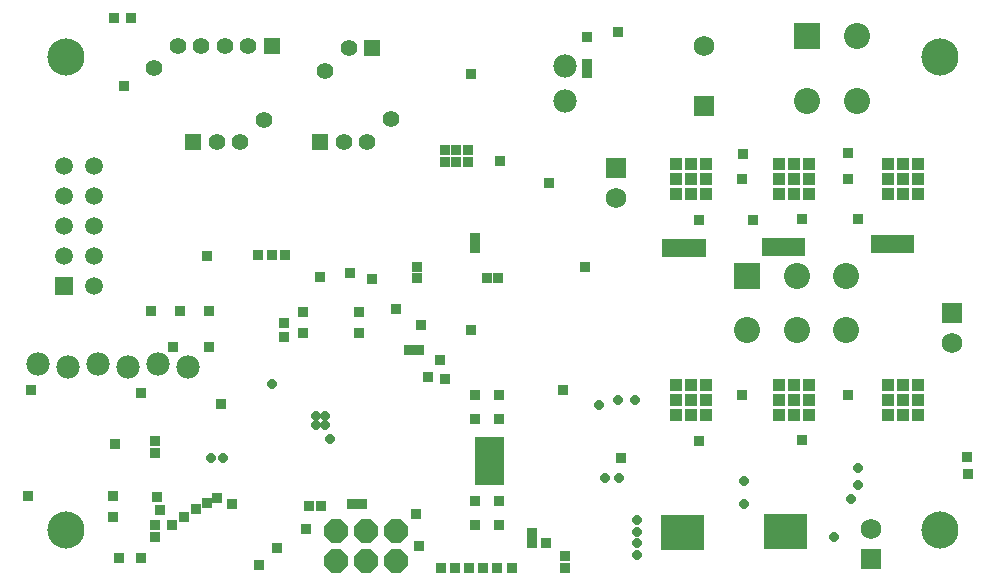
<source format=gbs>
G75*
%MOIN*%
%OFA0B0*%
%FSLAX24Y24*%
%IPPOS*%
%LPD*%
%AMOC8*
5,1,8,0,0,1.08239X$1,22.5*
%
%ADD10C,0.0780*%
%ADD11C,0.1240*%
%ADD12C,0.0690*%
%ADD13R,0.0690X0.0690*%
%ADD14C,0.0555*%
%ADD15R,0.0555X0.0555*%
%ADD16C,0.0552*%
%ADD17R,0.0867X0.0867*%
%ADD18C,0.0867*%
%ADD19OC8,0.0780*%
%ADD20R,0.0594X0.0594*%
%ADD21C,0.0594*%
%ADD22R,0.0437X0.0437*%
%ADD23OC8,0.0317*%
%ADD24R,0.0317X0.0317*%
D10*
X000824Y010708D03*
X001824Y010608D03*
X002824Y010708D03*
X003824Y010608D03*
X004824Y010708D03*
X005824Y010608D03*
X018389Y019480D03*
X018389Y020620D03*
D11*
X030899Y020924D03*
X030899Y005176D03*
X001765Y005176D03*
X001765Y020924D03*
D12*
X020092Y016221D03*
X023026Y021300D03*
X031292Y011408D03*
X028576Y005203D03*
D13*
X028576Y004203D03*
X031292Y012408D03*
X023026Y019300D03*
X020092Y017221D03*
D14*
X011804Y018109D03*
X011017Y018109D03*
X007572Y018089D03*
X006785Y018089D03*
X011174Y021219D03*
X007838Y021317D03*
X007050Y021317D03*
X006263Y021317D03*
X005475Y021317D03*
D15*
X008625Y021317D03*
X011962Y021219D03*
X010229Y018109D03*
X005997Y018089D03*
D16*
X008359Y018837D03*
X010387Y020471D03*
X012592Y018857D03*
X004688Y020569D03*
D17*
X024462Y013621D03*
X026460Y021632D03*
D18*
X028113Y021632D03*
X028113Y019467D03*
X026460Y019467D03*
X026115Y013621D03*
X027769Y013621D03*
X027769Y011849D03*
X026115Y011849D03*
X024462Y011849D03*
D19*
X012755Y005124D03*
X011755Y005124D03*
X010755Y005124D03*
X010755Y004124D03*
X011755Y004124D03*
X012755Y004124D03*
D20*
X001678Y013304D03*
D21*
X002678Y013304D03*
X002678Y014304D03*
X001678Y014304D03*
X001678Y015304D03*
X002678Y015304D03*
X002678Y016304D03*
X001678Y016304D03*
X001678Y017304D03*
X002678Y017304D03*
D22*
X022092Y017357D03*
X022592Y017357D03*
X023092Y017357D03*
X023092Y016857D03*
X022592Y016857D03*
X022592Y016357D03*
X023092Y016357D03*
X022092Y016357D03*
X022092Y016857D03*
X025517Y016857D03*
X026017Y016857D03*
X026017Y017357D03*
X025517Y017357D03*
X026517Y017357D03*
X026517Y016857D03*
X026517Y016357D03*
X026017Y016357D03*
X025517Y016357D03*
X029139Y016357D03*
X029639Y016357D03*
X029639Y016857D03*
X029139Y016857D03*
X029139Y017357D03*
X029639Y017357D03*
X030139Y017357D03*
X030139Y016857D03*
X030139Y016357D03*
X030139Y009995D03*
X029639Y009995D03*
X029139Y009995D03*
X029139Y009495D03*
X029639Y009495D03*
X030139Y009495D03*
X030139Y008995D03*
X029639Y008995D03*
X029139Y008995D03*
X026517Y008995D03*
X026517Y009495D03*
X026517Y009995D03*
X026017Y009995D03*
X025517Y009995D03*
X025517Y009495D03*
X026017Y009495D03*
X026017Y008995D03*
X025517Y008995D03*
X023092Y008995D03*
X022592Y008995D03*
X022592Y009495D03*
X023092Y009495D03*
X023092Y009995D03*
X022592Y009995D03*
X022092Y009995D03*
X022092Y009495D03*
X022092Y008995D03*
D23*
X020731Y009497D03*
X020170Y009487D03*
X019521Y009349D03*
X019718Y006908D03*
X020190Y006908D03*
X020781Y005491D03*
X020781Y005097D03*
X020781Y004723D03*
X020781Y004329D03*
X024363Y006042D03*
X024363Y006790D03*
X027340Y004947D03*
X027907Y006199D03*
X028143Y006672D03*
X028143Y007223D03*
X010544Y008207D03*
X010377Y008670D03*
X010082Y008670D03*
X010082Y008975D03*
X010377Y008975D03*
X008635Y010018D03*
X006981Y007567D03*
X006588Y007567D03*
D24*
X003536Y004231D03*
X004257Y004223D03*
X004733Y004920D03*
X004733Y005345D03*
X004875Y005845D03*
X004777Y006278D03*
X005694Y005617D03*
X006076Y005861D03*
X006450Y006081D03*
X006804Y006239D03*
X007277Y006042D03*
X005300Y005329D03*
X003312Y005601D03*
X003320Y006317D03*
X004725Y007743D03*
X004729Y008124D03*
X003399Y008030D03*
X004245Y009723D03*
X005328Y011278D03*
X006529Y011278D03*
X006509Y012459D03*
X005544Y012459D03*
X004599Y012459D03*
X006458Y014306D03*
X008143Y014349D03*
X008615Y014349D03*
X009048Y014349D03*
X010214Y013593D03*
X011210Y013735D03*
X011954Y013542D03*
X013468Y013581D03*
X013468Y013936D03*
X012749Y012518D03*
X013603Y012014D03*
X013517Y011160D03*
X013202Y011160D03*
X014235Y010849D03*
X014403Y010195D03*
X013812Y010254D03*
X015387Y009664D03*
X016174Y009664D03*
X016174Y008876D03*
X015387Y008876D03*
X015544Y008089D03*
X015859Y008089D03*
X016174Y008089D03*
X016174Y007774D03*
X015859Y007774D03*
X015544Y007774D03*
X015544Y007459D03*
X015544Y007144D03*
X015859Y007144D03*
X015859Y007459D03*
X016174Y007459D03*
X016174Y007144D03*
X016174Y006829D03*
X015859Y006829D03*
X015544Y006829D03*
X015387Y006121D03*
X016174Y006121D03*
X016174Y005333D03*
X015387Y005333D03*
X015190Y003916D03*
X014718Y003916D03*
X014245Y003916D03*
X013536Y004644D03*
X013418Y005707D03*
X011617Y006032D03*
X011302Y006032D03*
X010249Y005983D03*
X009846Y005983D03*
X009757Y005215D03*
X008773Y004565D03*
X008182Y003995D03*
X006922Y009369D03*
X009029Y011613D03*
X009029Y012065D03*
X009666Y011735D03*
X009670Y012447D03*
X011509Y012439D03*
X011509Y011731D03*
X015239Y011849D03*
X015790Y013581D03*
X016145Y013581D03*
X015397Y014565D03*
X015397Y014900D03*
X017867Y016750D03*
X016224Y017479D03*
X015161Y017439D03*
X015161Y017833D03*
X014767Y017833D03*
X014767Y017439D03*
X014373Y017439D03*
X014373Y017833D03*
X015239Y020353D03*
X019117Y020412D03*
X019117Y020707D03*
X019107Y021613D03*
X020151Y021770D03*
X024324Y017715D03*
X024304Y016869D03*
X024639Y015510D03*
X025131Y014743D03*
X025407Y014743D03*
X025682Y014743D03*
X025958Y014743D03*
X026233Y014743D03*
X026233Y014467D03*
X025958Y014467D03*
X025682Y014467D03*
X025407Y014467D03*
X025131Y014467D03*
X026273Y015530D03*
X028162Y015530D03*
X028753Y014841D03*
X028753Y014565D03*
X029029Y014565D03*
X029304Y014565D03*
X029580Y014565D03*
X029855Y014565D03*
X029855Y014841D03*
X029580Y014841D03*
X029304Y014841D03*
X029029Y014841D03*
X027828Y016869D03*
X027828Y017735D03*
X022848Y015510D03*
X022907Y014703D03*
X022907Y014428D03*
X022631Y014428D03*
X022631Y014703D03*
X022355Y014703D03*
X022080Y014703D03*
X022080Y014428D03*
X022355Y014428D03*
X021804Y014428D03*
X021804Y014703D03*
X019058Y013936D03*
X018320Y009841D03*
X020269Y007577D03*
X022848Y008128D03*
X024304Y009664D03*
X026273Y008168D03*
X027808Y009664D03*
X031804Y007617D03*
X031814Y007036D03*
X026292Y005530D03*
X026017Y005530D03*
X025741Y005530D03*
X025466Y005530D03*
X025190Y005530D03*
X025190Y005254D03*
X025190Y004979D03*
X025466Y004979D03*
X025741Y004979D03*
X025741Y005254D03*
X025466Y005254D03*
X026017Y005254D03*
X026017Y004979D03*
X026292Y004979D03*
X026292Y005254D03*
X026292Y004703D03*
X026017Y004703D03*
X025741Y004703D03*
X025466Y004703D03*
X025190Y004703D03*
X022867Y004664D03*
X022592Y004664D03*
X022592Y004939D03*
X022867Y004939D03*
X022867Y005215D03*
X022592Y005215D03*
X022592Y005491D03*
X022867Y005491D03*
X022316Y005491D03*
X022040Y005491D03*
X021765Y005491D03*
X021765Y005215D03*
X022040Y005215D03*
X022040Y004939D03*
X022040Y004664D03*
X021765Y004664D03*
X021765Y004939D03*
X022316Y004939D03*
X022316Y004664D03*
X022316Y005215D03*
X018379Y004310D03*
X018379Y003916D03*
X017749Y004743D03*
X017277Y004743D03*
X017277Y005058D03*
X016607Y003916D03*
X016135Y003916D03*
X015662Y003916D03*
X000505Y006317D03*
X000584Y009821D03*
X003694Y019979D03*
X003930Y022223D03*
X003340Y022223D03*
M02*

</source>
